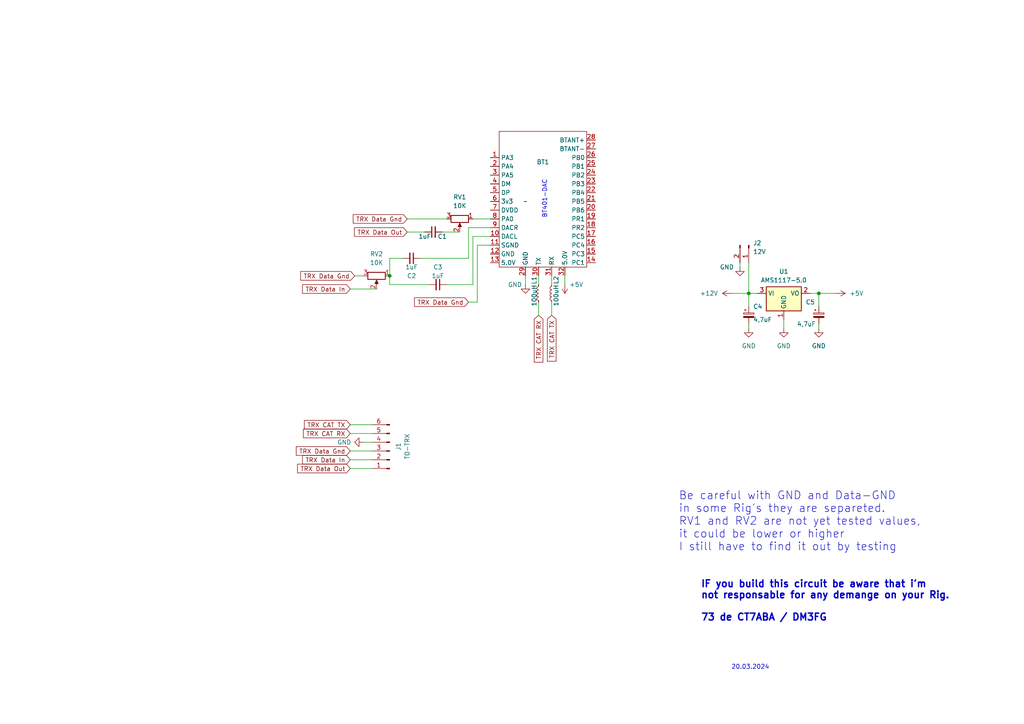
<source format=kicad_sch>
(kicad_sch (version 20230121) (generator eeschema)

  (uuid 2c1fbd73-73c9-4bc6-bc63-bd716c01042f)

  (paper "A4")

  (lib_symbols
    (symbol "BT401_1" (in_bom yes) (on_board yes)
      (property "Reference" "BT401" (at 3.81 10.16 0)
        (effects (font (size 1.27 1.27)))
      )
      (property "Value" "" (at 0 0 0)
        (effects (font (size 1.27 1.27)))
      )
      (property "Footprint" "" (at 0 0 0)
        (effects (font (size 1.27 1.27)) hide)
      )
      (property "Datasheet" "" (at 0 0 0)
        (effects (font (size 1.27 1.27)) hide)
      )
      (symbol "BT401_1_0_1"
        (rectangle (start 17.78 20.32) (end -7.62 -19.05)
          (stroke (width 0) (type default))
          (fill (type none))
        )
      )
      (symbol "BT401_1_1_1"
        (pin input line (at -10.16 12.7 0) (length 2.54)
          (name "PA3" (effects (font (size 1.27 1.27))))
          (number "1" (effects (font (size 1.27 1.27))))
        )
        (pin input line (at -10.16 -10.16 0) (length 2.54)
          (name "DACL" (effects (font (size 1.27 1.27))))
          (number "10" (effects (font (size 1.27 1.27))))
        )
        (pin input line (at -10.16 -12.7 0) (length 2.54)
          (name "SGND" (effects (font (size 1.27 1.27))))
          (number "11" (effects (font (size 1.27 1.27))))
        )
        (pin input line (at -10.16 -15.24 0) (length 2.54)
          (name "GND" (effects (font (size 1.27 1.27))))
          (number "12" (effects (font (size 1.27 1.27))))
        )
        (pin power_in line (at -10.16 -17.78 0) (length 2.54)
          (name "5.0V" (effects (font (size 1.27 1.27))))
          (number "13" (effects (font (size 1.27 1.27))))
        )
        (pin input line (at 20.32 -17.78 180) (length 2.54)
          (name "PC1" (effects (font (size 1.27 1.27))))
          (number "14" (effects (font (size 1.27 1.27))))
        )
        (pin input line (at 20.32 -15.24 180) (length 2.54)
          (name "PC3" (effects (font (size 1.27 1.27))))
          (number "15" (effects (font (size 1.27 1.27))))
        )
        (pin input line (at 20.32 -12.7 180) (length 2.54)
          (name "PC4" (effects (font (size 1.27 1.27))))
          (number "16" (effects (font (size 1.27 1.27))))
        )
        (pin input line (at 20.32 -10.16 180) (length 2.54)
          (name "PC5" (effects (font (size 1.27 1.27))))
          (number "17" (effects (font (size 1.27 1.27))))
        )
        (pin input line (at 20.32 -7.62 180) (length 2.54)
          (name "PR2" (effects (font (size 1.27 1.27))))
          (number "18" (effects (font (size 1.27 1.27))))
        )
        (pin input line (at 20.32 -5.08 180) (length 2.54)
          (name "PR1" (effects (font (size 1.27 1.27))))
          (number "19" (effects (font (size 1.27 1.27))))
        )
        (pin input line (at -10.16 10.16 0) (length 2.54)
          (name "PA4" (effects (font (size 1.27 1.27))))
          (number "2" (effects (font (size 1.27 1.27))))
        )
        (pin input line (at 20.32 -2.54 180) (length 2.54)
          (name "PB6" (effects (font (size 1.27 1.27))))
          (number "20" (effects (font (size 1.27 1.27))))
        )
        (pin input line (at 20.32 0 180) (length 2.54)
          (name "PB5" (effects (font (size 1.27 1.27))))
          (number "21" (effects (font (size 1.27 1.27))))
        )
        (pin input line (at 20.32 2.54 180) (length 2.54)
          (name "PB4" (effects (font (size 1.27 1.27))))
          (number "22" (effects (font (size 1.27 1.27))))
        )
        (pin input line (at 20.32 5.08 180) (length 2.54)
          (name "PB3" (effects (font (size 1.27 1.27))))
          (number "23" (effects (font (size 1.27 1.27))))
        )
        (pin input line (at 20.32 7.62 180) (length 2.54)
          (name "PB2" (effects (font (size 1.27 1.27))))
          (number "24" (effects (font (size 1.27 1.27))))
        )
        (pin input line (at 20.32 10.16 180) (length 2.54)
          (name "PB1" (effects (font (size 1.27 1.27))))
          (number "25" (effects (font (size 1.27 1.27))))
        )
        (pin input line (at 20.32 12.7 180) (length 2.54)
          (name "PB0" (effects (font (size 1.27 1.27))))
          (number "26" (effects (font (size 1.27 1.27))))
        )
        (pin input line (at 20.32 15.24 180) (length 2.54)
          (name "BTANT-" (effects (font (size 1.27 1.27))))
          (number "27" (effects (font (size 1.27 1.27))))
        )
        (pin bidirectional line (at 20.32 17.78 180) (length 2.54)
          (name "BTANT+" (effects (font (size 1.27 1.27))))
          (number "28" (effects (font (size 1.27 1.27))))
        )
        (pin input line (at 0 -21.59 90) (length 2.54)
          (name "GND" (effects (font (size 1.27 1.27))))
          (number "29" (effects (font (size 1.27 1.27))))
        )
        (pin input line (at -10.16 7.62 0) (length 2.54)
          (name "PA5" (effects (font (size 1.27 1.27))))
          (number "3" (effects (font (size 1.27 1.27))))
        )
        (pin input line (at 3.81 -21.59 90) (length 2.54)
          (name "TX" (effects (font (size 1.27 1.27))))
          (number "30" (effects (font (size 1.27 1.27))))
        )
        (pin input line (at 7.62 -21.59 90) (length 2.54)
          (name "RX" (effects (font (size 1.27 1.27))))
          (number "31" (effects (font (size 1.27 1.27))))
        )
        (pin power_in line (at 11.43 -21.59 90) (length 2.54)
          (name "5.0V" (effects (font (size 1.27 1.27))))
          (number "32" (effects (font (size 1.27 1.27))))
        )
        (pin input line (at -10.16 5.08 0) (length 2.54)
          (name "DM" (effects (font (size 1.27 1.27))))
          (number "4" (effects (font (size 1.27 1.27))))
        )
        (pin input line (at -10.16 2.54 0) (length 2.54)
          (name "DP" (effects (font (size 1.27 1.27))))
          (number "5" (effects (font (size 1.27 1.27))))
        )
        (pin input line (at -10.16 0 0) (length 2.54)
          (name "3v3" (effects (font (size 1.27 1.27))))
          (number "6" (effects (font (size 1.27 1.27))))
        )
        (pin input line (at -10.16 -2.54 0) (length 2.54)
          (name "DVDD" (effects (font (size 1.27 1.27))))
          (number "7" (effects (font (size 1.27 1.27))))
        )
        (pin input line (at -10.16 -5.08 0) (length 2.54)
          (name "PA0" (effects (font (size 1.27 1.27))))
          (number "8" (effects (font (size 1.27 1.27))))
        )
        (pin input line (at -10.16 -7.62 0) (length 2.54)
          (name "DACR" (effects (font (size 1.27 1.27))))
          (number "9" (effects (font (size 1.27 1.27))))
        )
      )
    )
    (symbol "Connector:Conn_01x02_Pin" (pin_names (offset 1.016) hide) (in_bom yes) (on_board yes)
      (property "Reference" "J" (at 0 2.54 0)
        (effects (font (size 1.27 1.27)))
      )
      (property "Value" "Conn_01x02_Pin" (at 0 -5.08 0)
        (effects (font (size 1.27 1.27)))
      )
      (property "Footprint" "" (at 0 0 0)
        (effects (font (size 1.27 1.27)) hide)
      )
      (property "Datasheet" "~" (at 0 0 0)
        (effects (font (size 1.27 1.27)) hide)
      )
      (property "ki_locked" "" (at 0 0 0)
        (effects (font (size 1.27 1.27)))
      )
      (property "ki_keywords" "connector" (at 0 0 0)
        (effects (font (size 1.27 1.27)) hide)
      )
      (property "ki_description" "Generic connector, single row, 01x02, script generated" (at 0 0 0)
        (effects (font (size 1.27 1.27)) hide)
      )
      (property "ki_fp_filters" "Connector*:*_1x??_*" (at 0 0 0)
        (effects (font (size 1.27 1.27)) hide)
      )
      (symbol "Conn_01x02_Pin_1_1"
        (polyline
          (pts
            (xy 1.27 -2.54)
            (xy 0.8636 -2.54)
          )
          (stroke (width 0.1524) (type default))
          (fill (type none))
        )
        (polyline
          (pts
            (xy 1.27 0)
            (xy 0.8636 0)
          )
          (stroke (width 0.1524) (type default))
          (fill (type none))
        )
        (rectangle (start 0.8636 -2.413) (end 0 -2.667)
          (stroke (width 0.1524) (type default))
          (fill (type outline))
        )
        (rectangle (start 0.8636 0.127) (end 0 -0.127)
          (stroke (width 0.1524) (type default))
          (fill (type outline))
        )
        (pin passive line (at 5.08 0 180) (length 3.81)
          (name "Pin_1" (effects (font (size 1.27 1.27))))
          (number "1" (effects (font (size 1.27 1.27))))
        )
        (pin passive line (at 5.08 -2.54 180) (length 3.81)
          (name "Pin_2" (effects (font (size 1.27 1.27))))
          (number "2" (effects (font (size 1.27 1.27))))
        )
      )
    )
    (symbol "Connector:Conn_01x06_Pin" (pin_names (offset 1.016) hide) (in_bom yes) (on_board yes)
      (property "Reference" "J" (at 0 7.62 0)
        (effects (font (size 1.27 1.27)))
      )
      (property "Value" "Conn_01x06_Pin" (at 0 -10.16 0)
        (effects (font (size 1.27 1.27)))
      )
      (property "Footprint" "" (at 0 0 0)
        (effects (font (size 1.27 1.27)) hide)
      )
      (property "Datasheet" "~" (at 0 0 0)
        (effects (font (size 1.27 1.27)) hide)
      )
      (property "ki_locked" "" (at 0 0 0)
        (effects (font (size 1.27 1.27)))
      )
      (property "ki_keywords" "connector" (at 0 0 0)
        (effects (font (size 1.27 1.27)) hide)
      )
      (property "ki_description" "Generic connector, single row, 01x06, script generated" (at 0 0 0)
        (effects (font (size 1.27 1.27)) hide)
      )
      (property "ki_fp_filters" "Connector*:*_1x??_*" (at 0 0 0)
        (effects (font (size 1.27 1.27)) hide)
      )
      (symbol "Conn_01x06_Pin_1_1"
        (polyline
          (pts
            (xy 1.27 -7.62)
            (xy 0.8636 -7.62)
          )
          (stroke (width 0.1524) (type default))
          (fill (type none))
        )
        (polyline
          (pts
            (xy 1.27 -5.08)
            (xy 0.8636 -5.08)
          )
          (stroke (width 0.1524) (type default))
          (fill (type none))
        )
        (polyline
          (pts
            (xy 1.27 -2.54)
            (xy 0.8636 -2.54)
          )
          (stroke (width 0.1524) (type default))
          (fill (type none))
        )
        (polyline
          (pts
            (xy 1.27 0)
            (xy 0.8636 0)
          )
          (stroke (width 0.1524) (type default))
          (fill (type none))
        )
        (polyline
          (pts
            (xy 1.27 2.54)
            (xy 0.8636 2.54)
          )
          (stroke (width 0.1524) (type default))
          (fill (type none))
        )
        (polyline
          (pts
            (xy 1.27 5.08)
            (xy 0.8636 5.08)
          )
          (stroke (width 0.1524) (type default))
          (fill (type none))
        )
        (rectangle (start 0.8636 -7.493) (end 0 -7.747)
          (stroke (width 0.1524) (type default))
          (fill (type outline))
        )
        (rectangle (start 0.8636 -4.953) (end 0 -5.207)
          (stroke (width 0.1524) (type default))
          (fill (type outline))
        )
        (rectangle (start 0.8636 -2.413) (end 0 -2.667)
          (stroke (width 0.1524) (type default))
          (fill (type outline))
        )
        (rectangle (start 0.8636 0.127) (end 0 -0.127)
          (stroke (width 0.1524) (type default))
          (fill (type outline))
        )
        (rectangle (start 0.8636 2.667) (end 0 2.413)
          (stroke (width 0.1524) (type default))
          (fill (type outline))
        )
        (rectangle (start 0.8636 5.207) (end 0 4.953)
          (stroke (width 0.1524) (type default))
          (fill (type outline))
        )
        (pin passive line (at 5.08 5.08 180) (length 3.81)
          (name "Pin_1" (effects (font (size 1.27 1.27))))
          (number "1" (effects (font (size 1.27 1.27))))
        )
        (pin passive line (at 5.08 2.54 180) (length 3.81)
          (name "Pin_2" (effects (font (size 1.27 1.27))))
          (number "2" (effects (font (size 1.27 1.27))))
        )
        (pin passive line (at 5.08 0 180) (length 3.81)
          (name "Pin_3" (effects (font (size 1.27 1.27))))
          (number "3" (effects (font (size 1.27 1.27))))
        )
        (pin passive line (at 5.08 -2.54 180) (length 3.81)
          (name "Pin_4" (effects (font (size 1.27 1.27))))
          (number "4" (effects (font (size 1.27 1.27))))
        )
        (pin passive line (at 5.08 -5.08 180) (length 3.81)
          (name "Pin_5" (effects (font (size 1.27 1.27))))
          (number "5" (effects (font (size 1.27 1.27))))
        )
        (pin passive line (at 5.08 -7.62 180) (length 3.81)
          (name "Pin_6" (effects (font (size 1.27 1.27))))
          (number "6" (effects (font (size 1.27 1.27))))
        )
      )
    )
    (symbol "Device:C_Polarized_Small" (pin_numbers hide) (pin_names (offset 0.254) hide) (in_bom yes) (on_board yes)
      (property "Reference" "C" (at 0.254 1.778 0)
        (effects (font (size 1.27 1.27)) (justify left))
      )
      (property "Value" "C_Polarized_Small" (at 0.254 -2.032 0)
        (effects (font (size 1.27 1.27)) (justify left))
      )
      (property "Footprint" "" (at 0 0 0)
        (effects (font (size 1.27 1.27)) hide)
      )
      (property "Datasheet" "~" (at 0 0 0)
        (effects (font (size 1.27 1.27)) hide)
      )
      (property "ki_keywords" "cap capacitor" (at 0 0 0)
        (effects (font (size 1.27 1.27)) hide)
      )
      (property "ki_description" "Polarized capacitor, small symbol" (at 0 0 0)
        (effects (font (size 1.27 1.27)) hide)
      )
      (property "ki_fp_filters" "CP_*" (at 0 0 0)
        (effects (font (size 1.27 1.27)) hide)
      )
      (symbol "C_Polarized_Small_0_1"
        (rectangle (start -1.524 -0.3048) (end 1.524 -0.6858)
          (stroke (width 0) (type default))
          (fill (type outline))
        )
        (rectangle (start -1.524 0.6858) (end 1.524 0.3048)
          (stroke (width 0) (type default))
          (fill (type none))
        )
        (polyline
          (pts
            (xy -1.27 1.524)
            (xy -0.762 1.524)
          )
          (stroke (width 0) (type default))
          (fill (type none))
        )
        (polyline
          (pts
            (xy -1.016 1.27)
            (xy -1.016 1.778)
          )
          (stroke (width 0) (type default))
          (fill (type none))
        )
      )
      (symbol "C_Polarized_Small_1_1"
        (pin passive line (at 0 2.54 270) (length 1.8542)
          (name "~" (effects (font (size 1.27 1.27))))
          (number "1" (effects (font (size 1.27 1.27))))
        )
        (pin passive line (at 0 -2.54 90) (length 1.8542)
          (name "~" (effects (font (size 1.27 1.27))))
          (number "2" (effects (font (size 1.27 1.27))))
        )
      )
    )
    (symbol "Device:C_Small" (pin_numbers hide) (pin_names (offset 0.254) hide) (in_bom yes) (on_board yes)
      (property "Reference" "C" (at 0.254 1.778 0)
        (effects (font (size 1.27 1.27)) (justify left))
      )
      (property "Value" "C_Small" (at 0.254 -2.032 0)
        (effects (font (size 1.27 1.27)) (justify left))
      )
      (property "Footprint" "" (at 0 0 0)
        (effects (font (size 1.27 1.27)) hide)
      )
      (property "Datasheet" "~" (at 0 0 0)
        (effects (font (size 1.27 1.27)) hide)
      )
      (property "ki_keywords" "capacitor cap" (at 0 0 0)
        (effects (font (size 1.27 1.27)) hide)
      )
      (property "ki_description" "Unpolarized capacitor, small symbol" (at 0 0 0)
        (effects (font (size 1.27 1.27)) hide)
      )
      (property "ki_fp_filters" "C_*" (at 0 0 0)
        (effects (font (size 1.27 1.27)) hide)
      )
      (symbol "C_Small_0_1"
        (polyline
          (pts
            (xy -1.524 -0.508)
            (xy 1.524 -0.508)
          )
          (stroke (width 0.3302) (type default))
          (fill (type none))
        )
        (polyline
          (pts
            (xy -1.524 0.508)
            (xy 1.524 0.508)
          )
          (stroke (width 0.3048) (type default))
          (fill (type none))
        )
      )
      (symbol "C_Small_1_1"
        (pin passive line (at 0 2.54 270) (length 2.032)
          (name "~" (effects (font (size 1.27 1.27))))
          (number "1" (effects (font (size 1.27 1.27))))
        )
        (pin passive line (at 0 -2.54 90) (length 2.032)
          (name "~" (effects (font (size 1.27 1.27))))
          (number "2" (effects (font (size 1.27 1.27))))
        )
      )
    )
    (symbol "Device:L_Small" (pin_numbers hide) (pin_names (offset 0.254) hide) (in_bom yes) (on_board yes)
      (property "Reference" "L" (at 0.762 1.016 0)
        (effects (font (size 1.27 1.27)) (justify left))
      )
      (property "Value" "L_Small" (at 0.762 -1.016 0)
        (effects (font (size 1.27 1.27)) (justify left))
      )
      (property "Footprint" "" (at 0 0 0)
        (effects (font (size 1.27 1.27)) hide)
      )
      (property "Datasheet" "~" (at 0 0 0)
        (effects (font (size 1.27 1.27)) hide)
      )
      (property "ki_keywords" "inductor choke coil reactor magnetic" (at 0 0 0)
        (effects (font (size 1.27 1.27)) hide)
      )
      (property "ki_description" "Inductor, small symbol" (at 0 0 0)
        (effects (font (size 1.27 1.27)) hide)
      )
      (property "ki_fp_filters" "Choke_* *Coil* Inductor_* L_*" (at 0 0 0)
        (effects (font (size 1.27 1.27)) hide)
      )
      (symbol "L_Small_0_1"
        (arc (start 0 -2.032) (mid 0.5058 -1.524) (end 0 -1.016)
          (stroke (width 0) (type default))
          (fill (type none))
        )
        (arc (start 0 -1.016) (mid 0.5058 -0.508) (end 0 0)
          (stroke (width 0) (type default))
          (fill (type none))
        )
        (arc (start 0 0) (mid 0.5058 0.508) (end 0 1.016)
          (stroke (width 0) (type default))
          (fill (type none))
        )
        (arc (start 0 1.016) (mid 0.5058 1.524) (end 0 2.032)
          (stroke (width 0) (type default))
          (fill (type none))
        )
      )
      (symbol "L_Small_1_1"
        (pin passive line (at 0 2.54 270) (length 0.508)
          (name "~" (effects (font (size 1.27 1.27))))
          (number "1" (effects (font (size 1.27 1.27))))
        )
        (pin passive line (at 0 -2.54 90) (length 0.508)
          (name "~" (effects (font (size 1.27 1.27))))
          (number "2" (effects (font (size 1.27 1.27))))
        )
      )
    )
    (symbol "Device:R_Potentiometer" (pin_names (offset 1.016) hide) (in_bom yes) (on_board yes)
      (property "Reference" "RV" (at -4.445 0 90)
        (effects (font (size 1.27 1.27)))
      )
      (property "Value" "R_Potentiometer" (at -2.54 0 90)
        (effects (font (size 1.27 1.27)))
      )
      (property "Footprint" "" (at 0 0 0)
        (effects (font (size 1.27 1.27)) hide)
      )
      (property "Datasheet" "~" (at 0 0 0)
        (effects (font (size 1.27 1.27)) hide)
      )
      (property "ki_keywords" "resistor variable" (at 0 0 0)
        (effects (font (size 1.27 1.27)) hide)
      )
      (property "ki_description" "Potentiometer" (at 0 0 0)
        (effects (font (size 1.27 1.27)) hide)
      )
      (property "ki_fp_filters" "Potentiometer*" (at 0 0 0)
        (effects (font (size 1.27 1.27)) hide)
      )
      (symbol "R_Potentiometer_0_1"
        (polyline
          (pts
            (xy 2.54 0)
            (xy 1.524 0)
          )
          (stroke (width 0) (type default))
          (fill (type none))
        )
        (polyline
          (pts
            (xy 1.143 0)
            (xy 2.286 0.508)
            (xy 2.286 -0.508)
            (xy 1.143 0)
          )
          (stroke (width 0) (type default))
          (fill (type outline))
        )
        (rectangle (start 1.016 2.54) (end -1.016 -2.54)
          (stroke (width 0.254) (type default))
          (fill (type none))
        )
      )
      (symbol "R_Potentiometer_1_1"
        (pin passive line (at 0 3.81 270) (length 1.27)
          (name "1" (effects (font (size 1.27 1.27))))
          (number "1" (effects (font (size 1.27 1.27))))
        )
        (pin passive line (at 3.81 0 180) (length 1.27)
          (name "2" (effects (font (size 1.27 1.27))))
          (number "2" (effects (font (size 1.27 1.27))))
        )
        (pin passive line (at 0 -3.81 90) (length 1.27)
          (name "3" (effects (font (size 1.27 1.27))))
          (number "3" (effects (font (size 1.27 1.27))))
        )
      )
    )
    (symbol "Regulator_Linear:AMS1117-5.0" (in_bom yes) (on_board yes)
      (property "Reference" "U" (at -3.81 3.175 0)
        (effects (font (size 1.27 1.27)))
      )
      (property "Value" "AMS1117-5.0" (at 0 3.175 0)
        (effects (font (size 1.27 1.27)) (justify left))
      )
      (property "Footprint" "Package_TO_SOT_SMD:SOT-223-3_TabPin2" (at 0 5.08 0)
        (effects (font (size 1.27 1.27)) hide)
      )
      (property "Datasheet" "http://www.advanced-monolithic.com/pdf/ds1117.pdf" (at 2.54 -6.35 0)
        (effects (font (size 1.27 1.27)) hide)
      )
      (property "ki_keywords" "linear regulator ldo fixed positive" (at 0 0 0)
        (effects (font (size 1.27 1.27)) hide)
      )
      (property "ki_description" "1A Low Dropout regulator, positive, 5.0V fixed output, SOT-223" (at 0 0 0)
        (effects (font (size 1.27 1.27)) hide)
      )
      (property "ki_fp_filters" "SOT?223*TabPin2*" (at 0 0 0)
        (effects (font (size 1.27 1.27)) hide)
      )
      (symbol "AMS1117-5.0_0_1"
        (rectangle (start -5.08 -5.08) (end 5.08 1.905)
          (stroke (width 0.254) (type default))
          (fill (type background))
        )
      )
      (symbol "AMS1117-5.0_1_1"
        (pin power_in line (at 0 -7.62 90) (length 2.54)
          (name "GND" (effects (font (size 1.27 1.27))))
          (number "1" (effects (font (size 1.27 1.27))))
        )
        (pin power_out line (at 7.62 0 180) (length 2.54)
          (name "VO" (effects (font (size 1.27 1.27))))
          (number "2" (effects (font (size 1.27 1.27))))
        )
        (pin power_in line (at -7.62 0 0) (length 2.54)
          (name "VI" (effects (font (size 1.27 1.27))))
          (number "3" (effects (font (size 1.27 1.27))))
        )
      )
    )
    (symbol "power:+12V" (power) (pin_names (offset 0)) (in_bom yes) (on_board yes)
      (property "Reference" "#PWR" (at 0 -3.81 0)
        (effects (font (size 1.27 1.27)) hide)
      )
      (property "Value" "+12V" (at 0 3.556 0)
        (effects (font (size 1.27 1.27)))
      )
      (property "Footprint" "" (at 0 0 0)
        (effects (font (size 1.27 1.27)) hide)
      )
      (property "Datasheet" "" (at 0 0 0)
        (effects (font (size 1.27 1.27)) hide)
      )
      (property "ki_keywords" "global power" (at 0 0 0)
        (effects (font (size 1.27 1.27)) hide)
      )
      (property "ki_description" "Power symbol creates a global label with name \"+12V\"" (at 0 0 0)
        (effects (font (size 1.27 1.27)) hide)
      )
      (symbol "+12V_0_1"
        (polyline
          (pts
            (xy -0.762 1.27)
            (xy 0 2.54)
          )
          (stroke (width 0) (type default))
          (fill (type none))
        )
        (polyline
          (pts
            (xy 0 0)
            (xy 0 2.54)
          )
          (stroke (width 0) (type default))
          (fill (type none))
        )
        (polyline
          (pts
            (xy 0 2.54)
            (xy 0.762 1.27)
          )
          (stroke (width 0) (type default))
          (fill (type none))
        )
      )
      (symbol "+12V_1_1"
        (pin power_in line (at 0 0 90) (length 0) hide
          (name "+12V" (effects (font (size 1.27 1.27))))
          (number "1" (effects (font (size 1.27 1.27))))
        )
      )
    )
    (symbol "power:+5V" (power) (pin_names (offset 0)) (in_bom yes) (on_board yes)
      (property "Reference" "#PWR" (at 0 -3.81 0)
        (effects (font (size 1.27 1.27)) hide)
      )
      (property "Value" "+5V" (at 0 3.556 0)
        (effects (font (size 1.27 1.27)))
      )
      (property "Footprint" "" (at 0 0 0)
        (effects (font (size 1.27 1.27)) hide)
      )
      (property "Datasheet" "" (at 0 0 0)
        (effects (font (size 1.27 1.27)) hide)
      )
      (property "ki_keywords" "global power" (at 0 0 0)
        (effects (font (size 1.27 1.27)) hide)
      )
      (property "ki_description" "Power symbol creates a global label with name \"+5V\"" (at 0 0 0)
        (effects (font (size 1.27 1.27)) hide)
      )
      (symbol "+5V_0_1"
        (polyline
          (pts
            (xy -0.762 1.27)
            (xy 0 2.54)
          )
          (stroke (width 0) (type default))
          (fill (type none))
        )
        (polyline
          (pts
            (xy 0 0)
            (xy 0 2.54)
          )
          (stroke (width 0) (type default))
          (fill (type none))
        )
        (polyline
          (pts
            (xy 0 2.54)
            (xy 0.762 1.27)
          )
          (stroke (width 0) (type default))
          (fill (type none))
        )
      )
      (symbol "+5V_1_1"
        (pin power_in line (at 0 0 90) (length 0) hide
          (name "+5V" (effects (font (size 1.27 1.27))))
          (number "1" (effects (font (size 1.27 1.27))))
        )
      )
    )
    (symbol "power:GND" (power) (pin_names (offset 0)) (in_bom yes) (on_board yes)
      (property "Reference" "#PWR" (at 0 -6.35 0)
        (effects (font (size 1.27 1.27)) hide)
      )
      (property "Value" "GND" (at 0 -3.81 0)
        (effects (font (size 1.27 1.27)))
      )
      (property "Footprint" "" (at 0 0 0)
        (effects (font (size 1.27 1.27)) hide)
      )
      (property "Datasheet" "" (at 0 0 0)
        (effects (font (size 1.27 1.27)) hide)
      )
      (property "ki_keywords" "global power" (at 0 0 0)
        (effects (font (size 1.27 1.27)) hide)
      )
      (property "ki_description" "Power symbol creates a global label with name \"GND\" , ground" (at 0 0 0)
        (effects (font (size 1.27 1.27)) hide)
      )
      (symbol "GND_0_1"
        (polyline
          (pts
            (xy 0 0)
            (xy 0 -1.27)
            (xy 1.27 -1.27)
            (xy 0 -2.54)
            (xy -1.27 -1.27)
            (xy 0 -1.27)
          )
          (stroke (width 0) (type default))
          (fill (type none))
        )
      )
      (symbol "GND_1_1"
        (pin power_in line (at 0 0 270) (length 0) hide
          (name "GND" (effects (font (size 1.27 1.27))))
          (number "1" (effects (font (size 1.27 1.27))))
        )
      )
    )
  )

  (junction (at 113.03 80.01) (diameter 0) (color 0 0 0 0)
    (uuid 3fef7cc4-3e9e-407d-8a50-230d0205b6de)
  )
  (junction (at 237.49 85.09) (diameter 0) (color 0 0 0 0)
    (uuid 55454904-9f6d-4c21-b077-55c1190a2333)
  )
  (junction (at 217.17 85.09) (diameter 0) (color 0 0 0 0)
    (uuid c5aea28e-2f24-49ce-b4f5-06da92b6d6ed)
  )

  (wire (pts (xy 113.03 74.93) (xy 116.84 74.93))
    (stroke (width 0) (type default))
    (uuid 09c997b1-335d-42e3-a72d-5fb1c117f05f)
  )
  (wire (pts (xy 101.6 125.73) (xy 107.95 125.73))
    (stroke (width 0) (type default))
    (uuid 0f54dbb5-369d-4847-833c-65b9db02a6f8)
  )
  (wire (pts (xy 137.16 68.58) (xy 142.24 68.58))
    (stroke (width 0) (type default))
    (uuid 12868983-d900-4a95-b322-43bd7be7a459)
  )
  (wire (pts (xy 212.09 85.09) (xy 217.17 85.09))
    (stroke (width 0) (type default))
    (uuid 1721d1e6-6d40-4c12-9c5b-b29e944ea208)
  )
  (wire (pts (xy 101.6 123.19) (xy 107.95 123.19))
    (stroke (width 0) (type default))
    (uuid 1870e9c2-3b54-4115-b328-569a01d1b086)
  )
  (wire (pts (xy 113.03 80.01) (xy 113.03 82.55))
    (stroke (width 0) (type default))
    (uuid 1f141124-a49b-4f0a-8ec0-48c40f80a421)
  )
  (wire (pts (xy 101.6 133.35) (xy 107.95 133.35))
    (stroke (width 0) (type default))
    (uuid 22362e62-b17c-4978-8e18-1e857a610137)
  )
  (wire (pts (xy 118.11 67.31) (xy 123.19 67.31))
    (stroke (width 0) (type default))
    (uuid 2a0f7e0b-f717-4f46-92d8-b297167bfee7)
  )
  (wire (pts (xy 102.87 80.01) (xy 105.41 80.01))
    (stroke (width 0) (type default))
    (uuid 2c635958-0010-4ebc-9815-b48aeba12fc9)
  )
  (wire (pts (xy 135.89 74.93) (xy 135.89 66.04))
    (stroke (width 0) (type default))
    (uuid 2ca4938c-e965-4e53-9f62-d1793d7fd79c)
  )
  (wire (pts (xy 121.92 74.93) (xy 135.89 74.93))
    (stroke (width 0) (type default))
    (uuid 2eaa9260-e032-4b7b-bac1-1394c9cf9b26)
  )
  (wire (pts (xy 237.49 85.09) (xy 242.57 85.09))
    (stroke (width 0) (type default))
    (uuid 352571ed-59cb-4d1b-922b-94e7b8239378)
  )
  (wire (pts (xy 160.02 80.01) (xy 160.02 82.55))
    (stroke (width 0) (type default))
    (uuid 36418faf-2263-4a93-9fcc-d3e54687dd43)
  )
  (wire (pts (xy 137.16 82.55) (xy 137.16 68.58))
    (stroke (width 0) (type default))
    (uuid 36fbe830-35c0-4f1c-9d31-9ea2d4b9b158)
  )
  (wire (pts (xy 217.17 85.09) (xy 217.17 88.9))
    (stroke (width 0) (type default))
    (uuid 4053d464-d7d1-4cd2-bdf9-4ac344e0dd79)
  )
  (wire (pts (xy 113.03 82.55) (xy 124.46 82.55))
    (stroke (width 0) (type default))
    (uuid 41444f58-8233-443d-8d65-3e39ec8ebf8c)
  )
  (wire (pts (xy 227.33 92.71) (xy 227.33 95.25))
    (stroke (width 0) (type default))
    (uuid 5c4024b5-69e2-4b67-918c-117cadea0cfd)
  )
  (wire (pts (xy 101.6 130.81) (xy 107.95 130.81))
    (stroke (width 0) (type default))
    (uuid 66e98c09-9cb7-47a5-a1ff-08152034ade3)
  )
  (wire (pts (xy 156.21 87.63) (xy 156.21 91.44))
    (stroke (width 0) (type default))
    (uuid 6c8a2d7e-7a60-485b-b2de-bbf9fd07a530)
  )
  (wire (pts (xy 237.49 85.09) (xy 237.49 88.9))
    (stroke (width 0) (type default))
    (uuid 6e8e8814-99ce-4d0b-a0b6-b899ab9c3acb)
  )
  (wire (pts (xy 156.21 80.01) (xy 156.21 82.55))
    (stroke (width 0) (type default))
    (uuid 7711916c-e1ab-4889-a0a5-811d2202b772)
  )
  (wire (pts (xy 142.24 71.12) (xy 138.43 71.12))
    (stroke (width 0) (type default))
    (uuid 836685fd-0f33-44d9-a05b-e1dcb90efc9f)
  )
  (wire (pts (xy 152.4 80.01) (xy 152.4 82.55))
    (stroke (width 0) (type default))
    (uuid 857b03e9-4dec-4e7c-82e5-2426e51cccb5)
  )
  (wire (pts (xy 217.17 85.09) (xy 219.71 85.09))
    (stroke (width 0) (type default))
    (uuid 892fe9f5-fc48-4d6d-8b9b-68a5ba347cb6)
  )
  (wire (pts (xy 214.63 76.2) (xy 214.63 77.47))
    (stroke (width 0) (type default))
    (uuid 8b0960eb-913b-4a00-adba-840847405c87)
  )
  (wire (pts (xy 137.16 63.5) (xy 142.24 63.5))
    (stroke (width 0) (type default))
    (uuid 8e230f74-061e-4921-ab79-e4a54fa6aa5b)
  )
  (wire (pts (xy 129.54 82.55) (xy 137.16 82.55))
    (stroke (width 0) (type default))
    (uuid 8f155f59-e4d9-4f3d-b6c2-ea136c8e33ab)
  )
  (wire (pts (xy 234.95 85.09) (xy 237.49 85.09))
    (stroke (width 0) (type default))
    (uuid 93e1de18-c589-4d39-8f0d-d973f241e0c3)
  )
  (wire (pts (xy 138.43 87.63) (xy 135.89 87.63))
    (stroke (width 0) (type default))
    (uuid 9bbd7254-c7ba-43e5-bc30-0e66a089aa71)
  )
  (wire (pts (xy 113.03 80.01) (xy 113.03 74.93))
    (stroke (width 0) (type default))
    (uuid a90162d5-b3f5-439b-91f1-11458fc6032b)
  )
  (wire (pts (xy 135.89 66.04) (xy 142.24 66.04))
    (stroke (width 0) (type default))
    (uuid ac7317a6-f101-4789-b481-33c6c429f1ce)
  )
  (wire (pts (xy 217.17 93.98) (xy 217.17 95.25))
    (stroke (width 0) (type default))
    (uuid b1e51a51-1f95-4808-a5c9-4b064ef11e48)
  )
  (wire (pts (xy 118.11 63.5) (xy 129.54 63.5))
    (stroke (width 0) (type default))
    (uuid b80821c2-450a-4388-bb3e-db7a61abd14b)
  )
  (wire (pts (xy 128.27 67.31) (xy 133.35 67.31))
    (stroke (width 0) (type default))
    (uuid c4cb34f2-cc2c-4e5c-bf9c-5e28603aca83)
  )
  (wire (pts (xy 160.02 87.63) (xy 160.02 91.44))
    (stroke (width 0) (type default))
    (uuid c7422edc-66b7-4e20-94d1-dff9418bde86)
  )
  (wire (pts (xy 101.6 83.82) (xy 109.22 83.82))
    (stroke (width 0) (type default))
    (uuid cb21a092-fb8c-4a78-aada-c4e0abb18f2b)
  )
  (wire (pts (xy 163.83 80.01) (xy 163.83 82.55))
    (stroke (width 0) (type default))
    (uuid d471e71b-735c-4a1d-b0ca-62e0a27a4c05)
  )
  (wire (pts (xy 101.6 135.89) (xy 107.95 135.89))
    (stroke (width 0) (type default))
    (uuid da2af2f4-8e8a-4d36-b071-b90cf19abf86)
  )
  (wire (pts (xy 237.49 93.98) (xy 237.49 95.25))
    (stroke (width 0) (type default))
    (uuid db2376e0-99f4-4c21-b90e-3944d5e48d3d)
  )
  (wire (pts (xy 217.17 76.2) (xy 217.17 85.09))
    (stroke (width 0) (type default))
    (uuid e1ef1be1-3361-4927-897b-10c26a01bdc8)
  )
  (wire (pts (xy 138.43 71.12) (xy 138.43 87.63))
    (stroke (width 0) (type default))
    (uuid f5d4983d-b91d-4144-b2b5-830e4be1cb70)
  )
  (wire (pts (xy 105.41 128.27) (xy 107.95 128.27))
    (stroke (width 0) (type default))
    (uuid fd9742dd-b594-44c0-86bc-1b82f17b59b3)
  )

  (text "IF you build this circuit be aware that i'm\nnot responsable for any demange on your Rig.\n\n73 de CT7ABA / DM3FG"
    (at 203.2 180.34 0)
    (effects (font (size 2 2) (thickness 0.4) bold) (justify left bottom))
    (uuid 796d560d-94f4-4a02-ac41-ac15128bfdde)
  )
  (text "Be careful with GND and Data-GND\nin some Rig's they are separeted.\nRV1 and RV2 are not yet tested values, \nit could be lower or higher\nI still have to find it out by testing"
    (at 196.85 160.02 0)
    (effects (font (size 2.3 2.3)) (justify left bottom))
    (uuid 7cfe7512-4d41-446b-9126-dd174ad89c4a)
  )
  (text "BT401-DAC" (at 158.75 52.07 90)
    (effects (font (size 1.27 1.27)) (justify right bottom))
    (uuid 7de65bf2-b4b8-4e08-9ac6-589f503785b7)
  )
  (text "20.03.2024" (at 212.09 194.31 0)
    (effects (font (size 1.27 1.27)) (justify left bottom))
    (uuid d937bad0-2215-4fe1-b392-36da12c93876)
  )

  (global_label "TRX Data Gnd" (shape input) (at 102.87 80.01 180) (fields_autoplaced)
    (effects (font (size 1.27 1.27)) (justify right))
    (uuid 29051f50-f647-4ad4-b39b-311359fd15e1)
    (property "Intersheetrefs" "${INTERSHEET_REFS}" (at 86.6408 80.01 0)
      (effects (font (size 1.27 1.27)) (justify right) hide)
    )
  )
  (global_label "TRX Data In" (shape input) (at 101.6 133.35 180) (fields_autoplaced)
    (effects (font (size 1.27 1.27)) (justify right))
    (uuid 2bd1fe5f-da4c-451f-83c0-b75ae7ab227b)
    (property "Intersheetrefs" "${INTERSHEET_REFS}" (at 87.185 133.35 0)
      (effects (font (size 1.27 1.27)) (justify right) hide)
    )
  )
  (global_label "TRX CAT TX" (shape input) (at 101.6 123.19 180) (fields_autoplaced)
    (effects (font (size 1.27 1.27)) (justify right))
    (uuid 5c8aece3-3919-44de-8206-2a4891eb9275)
    (property "Intersheetrefs" "${INTERSHEET_REFS}" (at 87.7292 123.19 0)
      (effects (font (size 1.27 1.27)) (justify right) hide)
    )
  )
  (global_label "TRX CAT TX" (shape input) (at 160.02 91.44 270) (fields_autoplaced)
    (effects (font (size 1.27 1.27)) (justify right))
    (uuid 5d8c196a-28df-4173-b00b-4d3072895b30)
    (property "Intersheetrefs" "${INTERSHEET_REFS}" (at 160.02 105.3108 90)
      (effects (font (size 1.27 1.27)) (justify right) hide)
    )
  )
  (global_label "TRX CAT RX" (shape input) (at 156.21 91.44 270) (fields_autoplaced)
    (effects (font (size 1.27 1.27)) (justify right))
    (uuid 66f067d1-c5fb-448f-b00e-7ac2c5bdb042)
    (property "Intersheetrefs" "${INTERSHEET_REFS}" (at 156.21 105.6132 90)
      (effects (font (size 1.27 1.27)) (justify right) hide)
    )
  )
  (global_label "TRX CAT RX" (shape input) (at 101.6 125.73 180) (fields_autoplaced)
    (effects (font (size 1.27 1.27)) (justify right))
    (uuid 6d0c8000-71c2-4af9-b315-57027de6d88a)
    (property "Intersheetrefs" "${INTERSHEET_REFS}" (at 87.4268 125.73 0)
      (effects (font (size 1.27 1.27)) (justify right) hide)
    )
  )
  (global_label "TRX Data Out" (shape input) (at 118.11 67.31 180) (fields_autoplaced)
    (effects (font (size 1.27 1.27)) (justify right))
    (uuid 83ad7e1e-e4d9-4278-b58f-1a22894d5358)
    (property "Intersheetrefs" "${INTERSHEET_REFS}" (at 102.2436 67.31 0)
      (effects (font (size 1.27 1.27)) (justify right) hide)
    )
  )
  (global_label "TRX Data In" (shape input) (at 101.6 83.82 180) (fields_autoplaced)
    (effects (font (size 1.27 1.27)) (justify right))
    (uuid 9013867b-610a-4d47-9d34-021e68b68fd3)
    (property "Intersheetrefs" "${INTERSHEET_REFS}" (at 87.185 83.82 0)
      (effects (font (size 1.27 1.27)) (justify right) hide)
    )
  )
  (global_label "TRX Data Gnd" (shape input) (at 101.6 130.81 180) (fields_autoplaced)
    (effects (font (size 1.27 1.27)) (justify right))
    (uuid 95dcd046-bebc-44b5-ab1a-81b3e697e72f)
    (property "Intersheetrefs" "${INTERSHEET_REFS}" (at 85.3708 130.81 0)
      (effects (font (size 1.27 1.27)) (justify right) hide)
    )
  )
  (global_label "TRX Data Out" (shape input) (at 101.6 135.89 180) (fields_autoplaced)
    (effects (font (size 1.27 1.27)) (justify right))
    (uuid 9e3335c9-71a3-4b7f-b7da-eb895a69c291)
    (property "Intersheetrefs" "${INTERSHEET_REFS}" (at 85.7336 135.89 0)
      (effects (font (size 1.27 1.27)) (justify right) hide)
    )
  )
  (global_label "TRX Data Gnd" (shape input) (at 118.11 63.5 180) (fields_autoplaced)
    (effects (font (size 1.27 1.27)) (justify right))
    (uuid aae72848-36a2-4584-8354-bddc0defdaf1)
    (property "Intersheetrefs" "${INTERSHEET_REFS}" (at 101.8808 63.5 0)
      (effects (font (size 1.27 1.27)) (justify right) hide)
    )
  )
  (global_label "TRX Data Gnd" (shape input) (at 135.89 87.63 180) (fields_autoplaced)
    (effects (font (size 1.27 1.27)) (justify right))
    (uuid c6f040f9-981d-48b8-9186-afd576e3193f)
    (property "Intersheetrefs" "${INTERSHEET_REFS}" (at 119.6608 87.63 0)
      (effects (font (size 1.27 1.27)) (justify right) hide)
    )
  )

  (symbol (lib_id "Device:L_Small") (at 156.21 85.09 180) (unit 1)
    (in_bom yes) (on_board yes) (dnp no)
    (uuid 0685af6f-a944-44c3-8a95-29000f3ce1cf)
    (property "Reference" "L1" (at 154.94 82.55 90)
      (effects (font (size 1.27 1.27)) (justify right))
    )
    (property "Value" "100uH" (at 154.94 88.9 90)
      (effects (font (size 1.27 1.27)) (justify right))
    )
    (property "Footprint" "Resistor_THT:R_Axial_DIN0207_L6.3mm_D2.5mm_P2.54mm_Vertical" (at 156.21 85.09 0)
      (effects (font (size 1.27 1.27)) hide)
    )
    (property "Datasheet" "~" (at 156.21 85.09 0)
      (effects (font (size 1.27 1.27)) hide)
    )
    (pin "1" (uuid c805701f-8d6c-410a-9174-38138582beeb))
    (pin "2" (uuid 1168f57c-7c0b-42bb-a78d-b7cbc9a85dc2))
    (instances
      (project "BT401_Digimodes"
        (path "/2c1fbd73-73c9-4bc6-bc63-bd716c01042f"
          (reference "L1") (unit 1)
        )
      )
    )
  )

  (symbol (lib_id "power:+12V") (at 212.09 85.09 90) (unit 1)
    (in_bom yes) (on_board yes) (dnp no) (fields_autoplaced)
    (uuid 2b9fe06c-f73f-439a-a43e-812fa4684503)
    (property "Reference" "#PWR06" (at 215.9 85.09 0)
      (effects (font (size 1.27 1.27)) hide)
    )
    (property "Value" "+12V" (at 208.28 85.09 90)
      (effects (font (size 1.27 1.27)) (justify left))
    )
    (property "Footprint" "" (at 212.09 85.09 0)
      (effects (font (size 1.27 1.27)) hide)
    )
    (property "Datasheet" "" (at 212.09 85.09 0)
      (effects (font (size 1.27 1.27)) hide)
    )
    (pin "1" (uuid 2a5acaec-29fa-44bd-8174-d10ede3bc252))
    (instances
      (project "BT401_Digimodes"
        (path "/2c1fbd73-73c9-4bc6-bc63-bd716c01042f"
          (reference "#PWR06") (unit 1)
        )
      )
    )
  )

  (symbol (lib_id "Connector:Conn_01x02_Pin") (at 217.17 71.12 270) (unit 1)
    (in_bom yes) (on_board yes) (dnp no) (fields_autoplaced)
    (uuid 34ac265d-94a9-481e-9086-ef3386a68425)
    (property "Reference" "J2" (at 218.44 70.485 90)
      (effects (font (size 1.27 1.27)) (justify left))
    )
    (property "Value" "12V" (at 218.44 73.025 90)
      (effects (font (size 1.27 1.27)) (justify left))
    )
    (property "Footprint" "Connector_PinHeader_2.54mm:PinHeader_1x02_P2.54mm_Vertical" (at 217.17 71.12 0)
      (effects (font (size 1.27 1.27)) hide)
    )
    (property "Datasheet" "~" (at 217.17 71.12 0)
      (effects (font (size 1.27 1.27)) hide)
    )
    (pin "1" (uuid f7f5d32c-727f-4e87-8fb3-78926beadb3c))
    (pin "2" (uuid c7af1214-5871-4877-90a6-fe3c28ac2c9f))
    (instances
      (project "BT401_Digimodes"
        (path "/2c1fbd73-73c9-4bc6-bc63-bd716c01042f"
          (reference "J2") (unit 1)
        )
      )
    )
  )

  (symbol (lib_id "Regulator_Linear:AMS1117-5.0") (at 227.33 85.09 0) (unit 1)
    (in_bom yes) (on_board yes) (dnp no) (fields_autoplaced)
    (uuid 3585b355-6373-4c14-858c-27058de1d9f7)
    (property "Reference" "U1" (at 227.33 78.74 0)
      (effects (font (size 1.27 1.27)))
    )
    (property "Value" "AMS1117-5.0" (at 227.33 81.28 0)
      (effects (font (size 1.27 1.27)))
    )
    (property "Footprint" "Package_TO_SOT_SMD:SOT-223-3_TabPin2" (at 227.33 80.01 0)
      (effects (font (size 1.27 1.27)) hide)
    )
    (property "Datasheet" "http://www.advanced-monolithic.com/pdf/ds1117.pdf" (at 229.87 91.44 0)
      (effects (font (size 1.27 1.27)) hide)
    )
    (pin "1" (uuid 42595da5-b047-4f16-832c-56132f81c71a))
    (pin "2" (uuid 1af88a57-1f8a-4460-9287-e75468192fcd))
    (pin "3" (uuid 877b14f3-eff2-4a05-851c-278e341e3466))
    (instances
      (project "BT401_Digimodes"
        (path "/2c1fbd73-73c9-4bc6-bc63-bd716c01042f"
          (reference "U1") (unit 1)
        )
      )
    )
  )

  (symbol (lib_id "power:GND") (at 227.33 95.25 0) (unit 1)
    (in_bom yes) (on_board yes) (dnp no) (fields_autoplaced)
    (uuid 3a276c1f-734f-4d0f-a6e3-df0e713371c9)
    (property "Reference" "#PWR04" (at 227.33 101.6 0)
      (effects (font (size 1.27 1.27)) hide)
    )
    (property "Value" "GND" (at 227.33 100.33 0)
      (effects (font (size 1.27 1.27)))
    )
    (property "Footprint" "" (at 227.33 95.25 0)
      (effects (font (size 1.27 1.27)) hide)
    )
    (property "Datasheet" "" (at 227.33 95.25 0)
      (effects (font (size 1.27 1.27)) hide)
    )
    (pin "1" (uuid 8319e9bc-fefc-4deb-a23d-0c8e4dcfb342))
    (instances
      (project "BT401_Digimodes"
        (path "/2c1fbd73-73c9-4bc6-bc63-bd716c01042f"
          (reference "#PWR04") (unit 1)
        )
      )
    )
  )

  (symbol (lib_id "Device:C_Small") (at 127 82.55 270) (unit 1)
    (in_bom yes) (on_board yes) (dnp no)
    (uuid 4eb3b18d-8074-46fa-b57f-74bbfc359928)
    (property "Reference" "C3" (at 127 77.47 90)
      (effects (font (size 1.27 1.27)))
    )
    (property "Value" "1uF" (at 127 80.01 90)
      (effects (font (size 1.27 1.27)))
    )
    (property "Footprint" "Capacitor_SMD:C_0805_2012Metric" (at 127 82.55 0)
      (effects (font (size 1.27 1.27)) hide)
    )
    (property "Datasheet" "~" (at 127 82.55 0)
      (effects (font (size 1.27 1.27)) hide)
    )
    (pin "1" (uuid f3ef80e7-c59f-4e88-a277-10d7587897a2))
    (pin "2" (uuid a5261c03-1495-4543-8523-5ef43f51da1d))
    (instances
      (project "BT401_Digimodes"
        (path "/2c1fbd73-73c9-4bc6-bc63-bd716c01042f"
          (reference "C3") (unit 1)
        )
      )
    )
  )

  (symbol (lib_id "power:GND") (at 217.17 95.25 0) (unit 1)
    (in_bom yes) (on_board yes) (dnp no) (fields_autoplaced)
    (uuid 61c01464-bed1-476f-ba1c-8440acf2e62a)
    (property "Reference" "#PWR07" (at 217.17 101.6 0)
      (effects (font (size 1.27 1.27)) hide)
    )
    (property "Value" "GND" (at 217.17 100.33 0)
      (effects (font (size 1.27 1.27)))
    )
    (property "Footprint" "" (at 217.17 95.25 0)
      (effects (font (size 1.27 1.27)) hide)
    )
    (property "Datasheet" "" (at 217.17 95.25 0)
      (effects (font (size 1.27 1.27)) hide)
    )
    (pin "1" (uuid 71591698-2ad2-4019-be8a-cfb01048db9e))
    (instances
      (project "BT401_Digimodes"
        (path "/2c1fbd73-73c9-4bc6-bc63-bd716c01042f"
          (reference "#PWR07") (unit 1)
        )
      )
    )
  )

  (symbol (lib_id "power:GND") (at 237.49 95.25 0) (unit 1)
    (in_bom yes) (on_board yes) (dnp no) (fields_autoplaced)
    (uuid 6333eab5-fa09-48dd-9df7-c6d93389974a)
    (property "Reference" "#PWR08" (at 237.49 101.6 0)
      (effects (font (size 1.27 1.27)) hide)
    )
    (property "Value" "GND" (at 237.49 100.33 0)
      (effects (font (size 1.27 1.27)))
    )
    (property "Footprint" "" (at 237.49 95.25 0)
      (effects (font (size 1.27 1.27)) hide)
    )
    (property "Datasheet" "" (at 237.49 95.25 0)
      (effects (font (size 1.27 1.27)) hide)
    )
    (pin "1" (uuid cfa04be3-ed7b-440b-8cdf-245ca8ecba11))
    (instances
      (project "BT401_Digimodes"
        (path "/2c1fbd73-73c9-4bc6-bc63-bd716c01042f"
          (reference "#PWR08") (unit 1)
        )
      )
    )
  )

  (symbol (lib_id "Device:C_Polarized_Small") (at 237.49 91.44 0) (unit 1)
    (in_bom yes) (on_board yes) (dnp no)
    (uuid 77ec7290-0103-4758-8d7e-9c9247d16d8b)
    (property "Reference" "C5" (at 233.68 87.63 0)
      (effects (font (size 1.27 1.27)) (justify left))
    )
    (property "Value" "4,7uF" (at 231.14 93.98 0)
      (effects (font (size 1.27 1.27)) (justify left))
    )
    (property "Footprint" "Capacitor_THT:CP_Radial_D5.0mm_P2.50mm" (at 237.49 91.44 0)
      (effects (font (size 1.27 1.27)) hide)
    )
    (property "Datasheet" "~" (at 237.49 91.44 0)
      (effects (font (size 1.27 1.27)) hide)
    )
    (pin "1" (uuid 1ab3b777-aff8-4882-98ae-2fc1843aa0f5))
    (pin "2" (uuid 16e79145-1a91-4701-b941-143a5b3e2e7d))
    (instances
      (project "BT401_Digimodes"
        (path "/2c1fbd73-73c9-4bc6-bc63-bd716c01042f"
          (reference "C5") (unit 1)
        )
      )
    )
  )

  (symbol (lib_id "Device:R_Potentiometer") (at 109.22 80.01 270) (unit 1)
    (in_bom yes) (on_board yes) (dnp no) (fields_autoplaced)
    (uuid 7b6d3796-bc6c-4e04-85f9-96d7761b5e4b)
    (property "Reference" "RV2" (at 109.22 73.66 90)
      (effects (font (size 1.27 1.27)))
    )
    (property "Value" "10K" (at 109.22 76.2 90)
      (effects (font (size 1.27 1.27)))
    )
    (property "Footprint" "Potentiometer_THT:Potentiometer_Bourns_3266Y_Vertical" (at 109.22 80.01 0)
      (effects (font (size 1.27 1.27)) hide)
    )
    (property "Datasheet" "~" (at 109.22 80.01 0)
      (effects (font (size 1.27 1.27)) hide)
    )
    (pin "1" (uuid bbf91d9d-f4d9-480e-b7f5-e8e1c72497f6))
    (pin "2" (uuid 7a17a6d3-c83e-4e0a-8b66-3506c6a338ec))
    (pin "3" (uuid 2ffad595-f3fb-43e3-b45f-70476684c30f))
    (instances
      (project "BT401_Digimodes"
        (path "/2c1fbd73-73c9-4bc6-bc63-bd716c01042f"
          (reference "RV2") (unit 1)
        )
      )
    )
  )

  (symbol (lib_name "BT401_1") (lib_id "BT401_sym:BT401") (at 152.4 58.42 0) (unit 1)
    (in_bom yes) (on_board yes) (dnp no)
    (uuid 830edbe9-9ce3-4c3e-943f-64ce846cd3d0)
    (property "Reference" "BT1" (at 157.48 46.99 0)
      (effects (font (size 1.27 1.27)))
    )
    (property "Value" "~" (at 152.4 58.42 0)
      (effects (font (size 1.27 1.27)))
    )
    (property "Footprint" "BT401:BT401" (at 152.4 58.42 0)
      (effects (font (size 1.27 1.27)) hide)
    )
    (property "Datasheet" "" (at 152.4 58.42 0)
      (effects (font (size 1.27 1.27)) hide)
    )
    (pin "1" (uuid 6b5bd901-0175-4f98-9720-9bdfbee96739))
    (pin "10" (uuid 9abe9463-048d-4d43-b11a-63523ba0b687))
    (pin "11" (uuid 5cee624b-28df-4a90-a198-e355220c267e))
    (pin "12" (uuid c57b06c3-e342-4318-afe6-6fae01cb1a68))
    (pin "13" (uuid c84aed32-8ee8-419a-8e26-84b76bcf00be))
    (pin "14" (uuid 117fe005-173a-487d-8f9e-415b66a24975))
    (pin "15" (uuid d32e4e84-5d45-4cfd-8dc8-c59536a9e19a))
    (pin "16" (uuid 4bf3d624-b4e8-4f94-bf1e-2e1bd66c24fc))
    (pin "17" (uuid 5500c431-8e0f-4549-a684-6e3f63f878ae))
    (pin "18" (uuid 98df88ec-18ff-4579-aa95-db06d4d99871))
    (pin "19" (uuid a233e807-205e-4637-87e3-600b0cb70977))
    (pin "2" (uuid 0e0f6c92-fa07-44ac-9790-cd970ef99f24))
    (pin "20" (uuid bfdc2a36-42db-47df-8b44-ad58bc33402e))
    (pin "21" (uuid 7ba7f3dc-754e-4458-b1bd-af27c8d83887))
    (pin "22" (uuid 584d891c-cbae-43cc-8039-c7a6a9efb460))
    (pin "23" (uuid bae2aed7-c3d0-4d81-983e-496cb3cf8c04))
    (pin "24" (uuid 82528113-6540-4c2b-89e7-e3b54c6cfb29))
    (pin "25" (uuid d25bf55d-f227-499b-ace1-581ebc90fac2))
    (pin "26" (uuid 42f498b0-a57c-4b3e-839b-b0087c5c9dd3))
    (pin "27" (uuid 214da3dc-ccc1-4b88-92c1-d2d98c7de035))
    (pin "28" (uuid 784d94e5-97b2-4b51-8e69-69317ddd5579))
    (pin "29" (uuid c8927c61-e40b-4272-a790-735778ff3a75))
    (pin "3" (uuid 1b8792c4-3234-4594-b8be-0c321c1de431))
    (pin "30" (uuid 980aba33-a2c7-4475-b228-e258748b1bc5))
    (pin "31" (uuid 0fe3ed8a-1446-42f4-953b-260213435167))
    (pin "32" (uuid 5108347b-7654-41ab-bdc8-f73294764d3b))
    (pin "4" (uuid 77fde943-7804-44be-87c7-bb452ea6d03a))
    (pin "5" (uuid 693020e9-11ca-4df7-ba57-6863a512d18c))
    (pin "6" (uuid bbc3fe23-b2c4-4f19-b922-4b1c8a1fcd43))
    (pin "7" (uuid 469b4bb9-f44a-444a-9b27-a0446ba5c170))
    (pin "8" (uuid 764ef37e-7945-4b80-8123-bd7fe932cb15))
    (pin "9" (uuid 98978705-9672-4b7f-95ed-58dfa5c616e8))
    (instances
      (project "BT401_Digimodes"
        (path "/2c1fbd73-73c9-4bc6-bc63-bd716c01042f"
          (reference "BT1") (unit 1)
        )
      )
    )
  )

  (symbol (lib_id "power:GND") (at 152.4 82.55 0) (unit 1)
    (in_bom yes) (on_board yes) (dnp no)
    (uuid 84c5facb-3f79-4aff-bc7b-19fae32b53a4)
    (property "Reference" "#PWR01" (at 152.4 88.9 0)
      (effects (font (size 1.27 1.27)) hide)
    )
    (property "Value" "GND" (at 147.32 82.55 0)
      (effects (font (size 1.27 1.27)) (justify left))
    )
    (property "Footprint" "" (at 152.4 82.55 0)
      (effects (font (size 1.27 1.27)) hide)
    )
    (property "Datasheet" "" (at 152.4 82.55 0)
      (effects (font (size 1.27 1.27)) hide)
    )
    (pin "1" (uuid 717e5e63-273a-4a80-a9bb-e776fb5035e0))
    (instances
      (project "BT401_Digimodes"
        (path "/2c1fbd73-73c9-4bc6-bc63-bd716c01042f"
          (reference "#PWR01") (unit 1)
        )
      )
    )
  )

  (symbol (lib_id "power:+5V") (at 163.83 82.55 180) (unit 1)
    (in_bom yes) (on_board yes) (dnp no)
    (uuid 8b746720-9404-4981-bc08-04ed2313aadc)
    (property "Reference" "#PWR02" (at 163.83 78.74 0)
      (effects (font (size 1.27 1.27)) hide)
    )
    (property "Value" "+5V" (at 165.1 82.55 0)
      (effects (font (size 1.27 1.27)) (justify right))
    )
    (property "Footprint" "" (at 163.83 82.55 0)
      (effects (font (size 1.27 1.27)) hide)
    )
    (property "Datasheet" "" (at 163.83 82.55 0)
      (effects (font (size 1.27 1.27)) hide)
    )
    (pin "1" (uuid 665c68c2-645f-4e3d-bed0-fd22ab53d855))
    (instances
      (project "BT401_Digimodes"
        (path "/2c1fbd73-73c9-4bc6-bc63-bd716c01042f"
          (reference "#PWR02") (unit 1)
        )
      )
    )
  )

  (symbol (lib_id "power:+5V") (at 242.57 85.09 270) (unit 1)
    (in_bom yes) (on_board yes) (dnp no) (fields_autoplaced)
    (uuid 95491020-7cf9-4ce0-8ac1-a69b913cc00f)
    (property "Reference" "#PWR05" (at 238.76 85.09 0)
      (effects (font (size 1.27 1.27)) hide)
    )
    (property "Value" "+5V" (at 246.38 85.09 90)
      (effects (font (size 1.27 1.27)) (justify left))
    )
    (property "Footprint" "" (at 242.57 85.09 0)
      (effects (font (size 1.27 1.27)) hide)
    )
    (property "Datasheet" "" (at 242.57 85.09 0)
      (effects (font (size 1.27 1.27)) hide)
    )
    (pin "1" (uuid 553481ae-ed60-4aeb-9421-f204485a44ca))
    (instances
      (project "BT401_Digimodes"
        (path "/2c1fbd73-73c9-4bc6-bc63-bd716c01042f"
          (reference "#PWR05") (unit 1)
        )
      )
    )
  )

  (symbol (lib_id "Device:L_Small") (at 160.02 85.09 180) (unit 1)
    (in_bom yes) (on_board yes) (dnp no)
    (uuid a8751322-2800-463e-a410-b855e13ef8cc)
    (property "Reference" "L2" (at 161.29 80.01 90)
      (effects (font (size 1.27 1.27)) (justify left))
    )
    (property "Value" "100uH" (at 161.29 82.55 90)
      (effects (font (size 1.27 1.27)) (justify left))
    )
    (property "Footprint" "Resistor_THT:R_Axial_DIN0207_L6.3mm_D2.5mm_P2.54mm_Vertical" (at 160.02 85.09 0)
      (effects (font (size 1.27 1.27)) hide)
    )
    (property "Datasheet" "~" (at 160.02 85.09 0)
      (effects (font (size 1.27 1.27)) hide)
    )
    (pin "1" (uuid a770f117-3f7e-4fb8-b521-1a8fd3b5143c))
    (pin "2" (uuid 96a24e70-cb98-4f7e-869f-b6d0cfdad921))
    (instances
      (project "BT401_Digimodes"
        (path "/2c1fbd73-73c9-4bc6-bc63-bd716c01042f"
          (reference "L2") (unit 1)
        )
      )
    )
  )

  (symbol (lib_id "power:GND") (at 105.41 128.27 270) (unit 1)
    (in_bom yes) (on_board yes) (dnp no)
    (uuid b297c9a4-13d4-44c9-b131-05a91bf5a1f8)
    (property "Reference" "#PWR09" (at 99.06 128.27 0)
      (effects (font (size 1.27 1.27)) hide)
    )
    (property "Value" "GND" (at 97.79 128.27 90)
      (effects (font (size 1.27 1.27)) (justify left))
    )
    (property "Footprint" "" (at 105.41 128.27 0)
      (effects (font (size 1.27 1.27)) hide)
    )
    (property "Datasheet" "" (at 105.41 128.27 0)
      (effects (font (size 1.27 1.27)) hide)
    )
    (pin "1" (uuid 2c8d09ee-ff5a-4e8b-ba28-67a196836641))
    (instances
      (project "BT401_Digimodes"
        (path "/2c1fbd73-73c9-4bc6-bc63-bd716c01042f"
          (reference "#PWR09") (unit 1)
        )
      )
    )
  )

  (symbol (lib_id "Connector:Conn_01x06_Pin") (at 113.03 130.81 180) (unit 1)
    (in_bom yes) (on_board yes) (dnp no) (fields_autoplaced)
    (uuid bd2a2250-01bc-4eaf-b47e-dcefef243b8d)
    (property "Reference" "J1" (at 115.57 129.54 90)
      (effects (font (size 1.27 1.27)))
    )
    (property "Value" "TO-TRX" (at 118.11 129.54 90)
      (effects (font (size 1.27 1.27)))
    )
    (property "Footprint" "Connector_PinHeader_2.54mm:PinHeader_1x06_P2.54mm_Vertical" (at 113.03 130.81 0)
      (effects (font (size 1.27 1.27)) hide)
    )
    (property "Datasheet" "~" (at 113.03 130.81 0)
      (effects (font (size 1.27 1.27)) hide)
    )
    (pin "1" (uuid 2b6e8d53-f274-4936-b8f3-3c77ebd5bfbd))
    (pin "2" (uuid 78df704d-6ba1-4b99-b910-194eebc7df06))
    (pin "3" (uuid 21e88649-35aa-4030-a451-8404bea69c9e))
    (pin "4" (uuid ffbd727f-83ca-4007-928c-18ff41fdceff))
    (pin "5" (uuid 66056f65-75d3-4343-9138-bc90158f9464))
    (pin "6" (uuid 089a9555-d157-46f5-bae9-f018e3555631))
    (instances
      (project "BT401_Digimodes"
        (path "/2c1fbd73-73c9-4bc6-bc63-bd716c01042f"
          (reference "J1") (unit 1)
        )
      )
    )
  )

  (symbol (lib_id "power:GND") (at 214.63 77.47 0) (unit 1)
    (in_bom yes) (on_board yes) (dnp no)
    (uuid e218f93e-aa1c-4bb2-8f5c-dcdcc6a903cc)
    (property "Reference" "#PWR010" (at 214.63 83.82 0)
      (effects (font (size 1.27 1.27)) hide)
    )
    (property "Value" "GND" (at 210.82 77.47 0)
      (effects (font (size 1.27 1.27)))
    )
    (property "Footprint" "" (at 214.63 77.47 0)
      (effects (font (size 1.27 1.27)) hide)
    )
    (property "Datasheet" "" (at 214.63 77.47 0)
      (effects (font (size 1.27 1.27)) hide)
    )
    (pin "1" (uuid 71b2c0c1-c2f6-4033-95b6-dc4741217b00))
    (instances
      (project "BT401_Digimodes"
        (path "/2c1fbd73-73c9-4bc6-bc63-bd716c01042f"
          (reference "#PWR010") (unit 1)
        )
      )
    )
  )

  (symbol (lib_id "Device:R_Potentiometer") (at 133.35 63.5 270) (unit 1)
    (in_bom yes) (on_board yes) (dnp no) (fields_autoplaced)
    (uuid e9fed15a-96e7-487e-8456-985a8bad328f)
    (property "Reference" "RV1" (at 133.35 57.15 90)
      (effects (font (size 1.27 1.27)))
    )
    (property "Value" "10K" (at 133.35 59.69 90)
      (effects (font (size 1.27 1.27)))
    )
    (property "Footprint" "Potentiometer_THT:Potentiometer_Bourns_3266Y_Vertical" (at 133.35 63.5 0)
      (effects (font (size 1.27 1.27)) hide)
    )
    (property "Datasheet" "~" (at 133.35 63.5 0)
      (effects (font (size 1.27 1.27)) hide)
    )
    (pin "1" (uuid 4d9a31e4-f6dc-4a9e-843f-c52eb8c5e00d))
    (pin "2" (uuid c4c7f5f0-07dc-4efe-90fd-72fca650160b))
    (pin "3" (uuid 060d99fb-3a58-46d3-9ae7-f25e7ff73d02))
    (instances
      (project "BT401_Digimodes"
        (path "/2c1fbd73-73c9-4bc6-bc63-bd716c01042f"
          (reference "RV1") (unit 1)
        )
      )
    )
  )

  (symbol (lib_id "Device:C_Small") (at 125.73 67.31 90) (unit 1)
    (in_bom yes) (on_board yes) (dnp no)
    (uuid ec34238f-99e5-4b3a-adf5-aa58198c1dde)
    (property "Reference" "C1" (at 128.27 68.58 90)
      (effects (font (size 1.27 1.27)))
    )
    (property "Value" "1uF" (at 123.19 68.58 90)
      (effects (font (size 1.27 1.27)))
    )
    (property "Footprint" "Capacitor_SMD:C_0805_2012Metric" (at 125.73 67.31 0)
      (effects (font (size 1.27 1.27)) hide)
    )
    (property "Datasheet" "~" (at 125.73 67.31 0)
      (effects (font (size 1.27 1.27)) hide)
    )
    (pin "1" (uuid ccb6ea3b-3c23-4bd8-91ec-b45eabf11847))
    (pin "2" (uuid b0c474a4-9029-43f5-888c-90e25ae1bcca))
    (instances
      (project "BT401_Digimodes"
        (path "/2c1fbd73-73c9-4bc6-bc63-bd716c01042f"
          (reference "C1") (unit 1)
        )
      )
    )
  )

  (symbol (lib_id "Device:C_Polarized_Small") (at 217.17 91.44 0) (unit 1)
    (in_bom yes) (on_board yes) (dnp no)
    (uuid f054b3fe-361e-47ad-a173-b9e65e435441)
    (property "Reference" "C4" (at 218.44 88.9 0)
      (effects (font (size 1.27 1.27)) (justify left))
    )
    (property "Value" "4,7uF" (at 218.44 92.71 0)
      (effects (font (size 1.27 1.27)) (justify left))
    )
    (property "Footprint" "Capacitor_THT:CP_Radial_D5.0mm_P2.50mm" (at 217.17 91.44 0)
      (effects (font (size 1.27 1.27)) hide)
    )
    (property "Datasheet" "~" (at 217.17 91.44 0)
      (effects (font (size 1.27 1.27)) hide)
    )
    (pin "1" (uuid 1aee9026-d684-4533-b6d1-990a963fc978))
    (pin "2" (uuid 58db12e5-171f-427f-af02-5dc3d73ac56b))
    (instances
      (project "BT401_Digimodes"
        (path "/2c1fbd73-73c9-4bc6-bc63-bd716c01042f"
          (reference "C4") (unit 1)
        )
      )
    )
  )

  (symbol (lib_id "Device:C_Small") (at 119.38 74.93 270) (unit 1)
    (in_bom yes) (on_board yes) (dnp no)
    (uuid fdccac7b-2407-4438-9175-a1d6c1285cc1)
    (property "Reference" "C2" (at 119.38 80.01 90)
      (effects (font (size 1.27 1.27)))
    )
    (property "Value" "1uF" (at 119.38 77.47 90)
      (effects (font (size 1.27 1.27)))
    )
    (property "Footprint" "Capacitor_SMD:C_0805_2012Metric" (at 119.38 74.93 0)
      (effects (font (size 1.27 1.27)) hide)
    )
    (property "Datasheet" "~" (at 119.38 74.93 0)
      (effects (font (size 1.27 1.27)) hide)
    )
    (pin "1" (uuid 6149e16d-3c43-4af3-b388-bd4a8a8c27da))
    (pin "2" (uuid b078efc3-6f94-4b1f-b2cf-4d2be15f0a8f))
    (instances
      (project "BT401_Digimodes"
        (path "/2c1fbd73-73c9-4bc6-bc63-bd716c01042f"
          (reference "C2") (unit 1)
        )
      )
    )
  )

  (sheet_instances
    (path "/" (page "1"))
  )
)

</source>
